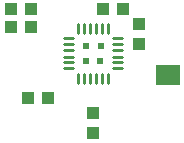
<source format=gbr>
G04 EAGLE Gerber RS-274X export*
G75*
%MOMM*%
%FSLAX34Y34*%
%LPD*%
%INSolderpaste Top*%
%IPPOS*%
%AMOC8*
5,1,8,0,0,1.08239X$1,22.5*%
G01*
%ADD10R,1.000000X1.100000*%
%ADD11R,1.100000X1.000000*%
%ADD12C,0.254000*%
%ADD13R,0.482600X0.482600*%
%ADD14R,2.006600X1.701800*%


D10*
X127254Y50918D03*
X127254Y33918D03*
D11*
X135518Y139192D03*
X152518Y139192D03*
D10*
X166370Y109356D03*
X166370Y126356D03*
D11*
X89018Y63246D03*
X72018Y63246D03*
X74540Y139192D03*
X57540Y139192D03*
X74540Y123952D03*
X57540Y123952D03*
D12*
X114333Y126226D02*
X114333Y118606D01*
X119379Y118606D02*
X119379Y126226D01*
X124425Y126226D02*
X124425Y118606D01*
X129775Y118606D02*
X129775Y126226D01*
X134796Y126226D02*
X134796Y118606D01*
X139867Y118606D02*
X139867Y126226D01*
X114333Y84194D02*
X114333Y76574D01*
X119379Y76574D02*
X119379Y84194D01*
X124425Y84194D02*
X124425Y76574D01*
X129775Y76574D02*
X129775Y84194D01*
X134796Y84194D02*
X134796Y76574D01*
X139867Y76574D02*
X139867Y84194D01*
X144052Y88633D02*
X151672Y88633D01*
X151672Y93679D02*
X144052Y93679D01*
X144052Y98725D02*
X151672Y98725D01*
X151672Y104075D02*
X144052Y104075D01*
X144052Y109096D02*
X151672Y109096D01*
X151672Y114167D02*
X144052Y114167D01*
X110148Y88633D02*
X102528Y88633D01*
X102528Y93679D02*
X110148Y93679D01*
X110148Y98725D02*
X102528Y98725D01*
X102528Y104075D02*
X110148Y104075D01*
X110148Y109096D02*
X102528Y109096D01*
X102528Y114167D02*
X110148Y114167D01*
D13*
X121031Y107315D03*
X133731Y107315D03*
X121158Y95250D03*
X133350Y95250D03*
D14*
X190373Y83185D03*
M02*

</source>
